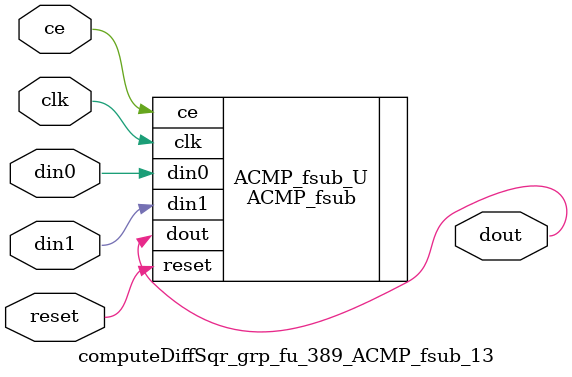
<source format=v>

`timescale 1 ns / 1 ps
module computeDiffSqr_grp_fu_389_ACMP_fsub_13(
    clk,
    reset,
    ce,
    din0,
    din1,
    dout);

parameter ID = 32'd1;
parameter NUM_STAGE = 32'd1;
parameter din0_WIDTH = 32'd1;
parameter din1_WIDTH = 32'd1;
parameter dout_WIDTH = 32'd1;
input clk;
input reset;
input ce;
input[din0_WIDTH - 1:0] din0;
input[din1_WIDTH - 1:0] din1;
output[dout_WIDTH - 1:0] dout;



ACMP_fsub #(
.ID( ID ),
.NUM_STAGE( 4 ),
.din0_WIDTH( din0_WIDTH ),
.din1_WIDTH( din1_WIDTH ),
.dout_WIDTH( dout_WIDTH ))
ACMP_fsub_U(
    .clk( clk ),
    .reset( reset ),
    .ce( ce ),
    .din0( din0 ),
    .din1( din1 ),
    .dout( dout ));

endmodule

</source>
